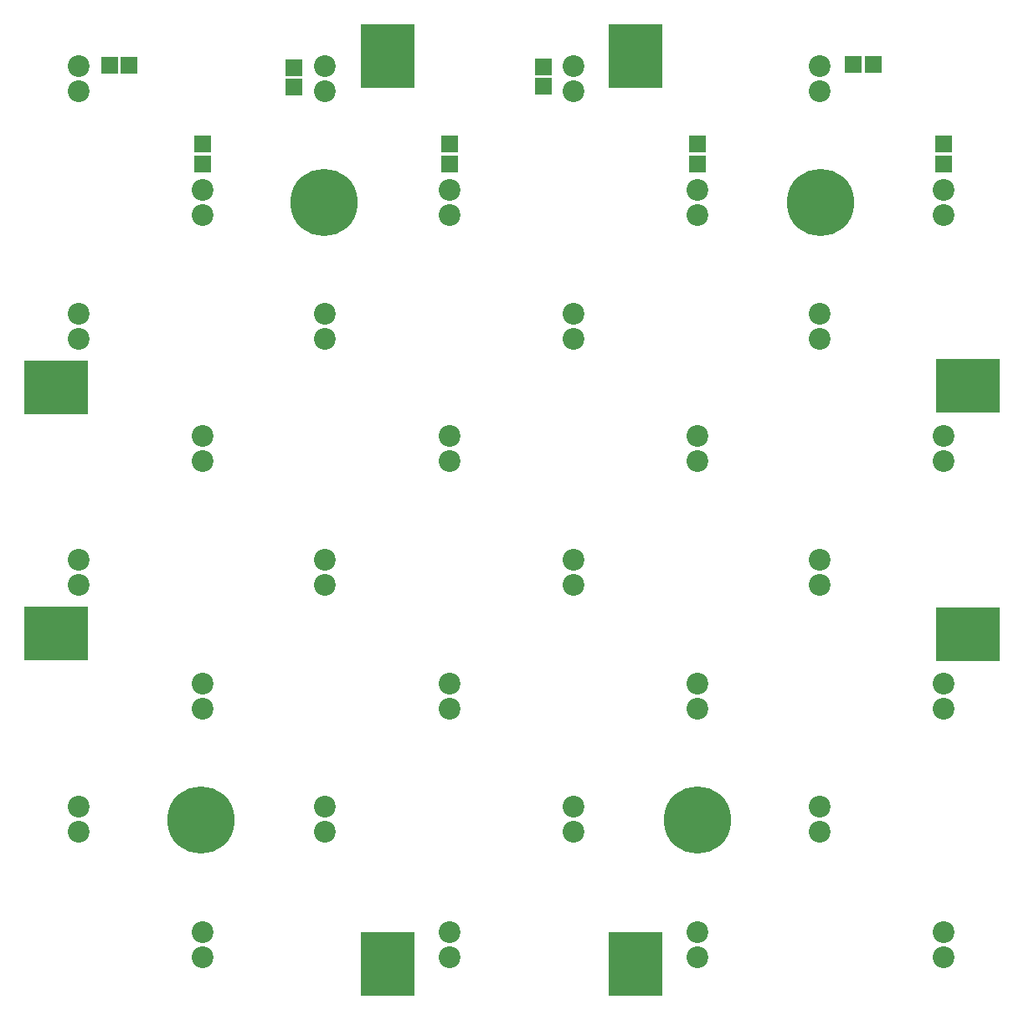
<source format=gbr>
%FSLAX34Y34*%
%MOMM*%
%LNSOLDERMASK_BOTTOM*%
G71*
G01*
%ADD10R, 1.80X1.70*%
%ADD11R, 1.70X1.80*%
%ADD12C, 2.20*%
%ADD13R, 6.40X5.40*%
%ADD14R, 5.40X6.40*%
%ADD15C, 6.80*%
%ADD16C, 1.00*%
%LPD*%
X935434Y866775D02*
G54D10*
D03*
X935434Y846981D02*
G54D10*
D03*
X686197Y866775D02*
G54D10*
D03*
X686197Y846981D02*
G54D10*
D03*
X435372Y866775D02*
G54D10*
D03*
X435372Y846981D02*
G54D10*
D03*
X186134Y866775D02*
G54D10*
D03*
X186134Y846981D02*
G54D10*
D03*
X277813Y924770D02*
G54D10*
D03*
X277813Y944563D02*
G54D10*
D03*
X530225Y925959D02*
G54D10*
D03*
X530225Y945356D02*
G54D10*
D03*
X863972Y947366D02*
G54D11*
D03*
X844178Y947366D02*
G54D11*
D03*
X111497Y946572D02*
G54D11*
D03*
X91703Y946572D02*
G54D11*
D03*
X435372Y571500D02*
G54D12*
D03*
X435372Y546100D02*
G54D12*
D03*
X686197Y571500D02*
G54D12*
D03*
X686197Y546100D02*
G54D12*
D03*
X935434Y571500D02*
G54D12*
D03*
X935434Y546100D02*
G54D12*
D03*
X186134Y571500D02*
G54D12*
D03*
X186134Y546100D02*
G54D12*
D03*
X435372Y320675D02*
G54D12*
D03*
X435372Y295275D02*
G54D12*
D03*
X686197Y320675D02*
G54D12*
D03*
X686197Y295275D02*
G54D12*
D03*
X935434Y320675D02*
G54D12*
D03*
X935434Y295275D02*
G54D12*
D03*
X186134Y320675D02*
G54D12*
D03*
X186134Y295275D02*
G54D12*
D03*
X435372Y69850D02*
G54D12*
D03*
X435372Y44450D02*
G54D12*
D03*
X686197Y69850D02*
G54D12*
D03*
X686197Y44450D02*
G54D12*
D03*
X935434Y69850D02*
G54D12*
D03*
X935434Y44450D02*
G54D12*
D03*
X186134Y69850D02*
G54D12*
D03*
X186134Y44450D02*
G54D12*
D03*
X309960Y196850D02*
G54D12*
D03*
X309960Y171450D02*
G54D12*
D03*
X560784Y196850D02*
G54D12*
D03*
X560784Y171450D02*
G54D12*
D03*
X810022Y196850D02*
G54D12*
D03*
X810022Y171450D02*
G54D12*
D03*
X60722Y196850D02*
G54D12*
D03*
X60722Y171450D02*
G54D12*
D03*
X309960Y446088D02*
G54D12*
D03*
X309960Y420688D02*
G54D12*
D03*
X560784Y446088D02*
G54D12*
D03*
X560784Y420688D02*
G54D12*
D03*
X810022Y446088D02*
G54D12*
D03*
X810022Y420688D02*
G54D12*
D03*
X60722Y446088D02*
G54D12*
D03*
X60722Y420688D02*
G54D12*
D03*
X309960Y695325D02*
G54D12*
D03*
X309960Y669925D02*
G54D12*
D03*
X560784Y695325D02*
G54D12*
D03*
X560784Y669925D02*
G54D12*
D03*
X810022Y695325D02*
G54D12*
D03*
X810022Y669925D02*
G54D12*
D03*
X60722Y695325D02*
G54D12*
D03*
X60722Y669925D02*
G54D12*
D03*
X435372Y820738D02*
G54D12*
D03*
X435372Y795338D02*
G54D12*
D03*
X686197Y820738D02*
G54D12*
D03*
X686197Y795338D02*
G54D12*
D03*
X935434Y820738D02*
G54D12*
D03*
X935434Y795338D02*
G54D12*
D03*
X186134Y820738D02*
G54D12*
D03*
X186134Y795338D02*
G54D12*
D03*
X309960Y946150D02*
G54D12*
D03*
X309960Y920750D02*
G54D12*
D03*
X560784Y946150D02*
G54D12*
D03*
X560784Y920750D02*
G54D12*
D03*
X810022Y946150D02*
G54D12*
D03*
X810022Y920750D02*
G54D12*
D03*
X60722Y946150D02*
G54D12*
D03*
X60722Y920750D02*
G54D12*
D03*
X37703Y620712D02*
G54D13*
D03*
X623491Y956469D02*
G54D14*
D03*
X960041Y622300D02*
G54D13*
D03*
X372666Y37306D02*
G54D14*
D03*
X623491Y37306D02*
G54D14*
D03*
X960041Y370681D02*
G54D13*
D03*
X37703Y371474D02*
G54D13*
D03*
X373459Y956467D02*
G54D14*
D03*
X811118Y808133D02*
G54D15*
D03*
X835118Y808133D02*
G54D16*
D03*
X828088Y791162D02*
G54D16*
D03*
X811118Y784133D02*
G54D16*
D03*
X794147Y791162D02*
G54D16*
D03*
X787118Y808133D02*
G54D16*
D03*
X794147Y825104D02*
G54D16*
D03*
X811118Y832133D02*
G54D16*
D03*
X828088Y825104D02*
G54D16*
D03*
X308559Y808038D02*
G54D15*
D03*
X332559Y808038D02*
G54D16*
D03*
X325530Y791068D02*
G54D16*
D03*
X308559Y784038D02*
G54D16*
D03*
X291588Y791068D02*
G54D16*
D03*
X284559Y808038D02*
G54D16*
D03*
X291588Y825009D02*
G54D16*
D03*
X308559Y832038D02*
G54D16*
D03*
X325530Y825009D02*
G54D16*
D03*
X686613Y183149D02*
G54D15*
D03*
X710613Y183149D02*
G54D16*
D03*
X703584Y166179D02*
G54D16*
D03*
X686613Y159149D02*
G54D16*
D03*
X669642Y166179D02*
G54D16*
D03*
X662613Y183149D02*
G54D16*
D03*
X669642Y200120D02*
G54D16*
D03*
X686613Y207150D02*
G54D16*
D03*
X703584Y200120D02*
G54D16*
D03*
X184054Y183054D02*
G54D15*
D03*
X208054Y183054D02*
G54D16*
D03*
X201025Y166084D02*
G54D16*
D03*
X184054Y159054D02*
G54D16*
D03*
X167084Y166084D02*
G54D16*
D03*
X160054Y183054D02*
G54D16*
D03*
X167084Y200025D02*
G54D16*
D03*
X184054Y207054D02*
G54D16*
D03*
X201025Y200025D02*
G54D16*
D03*
M02*

</source>
